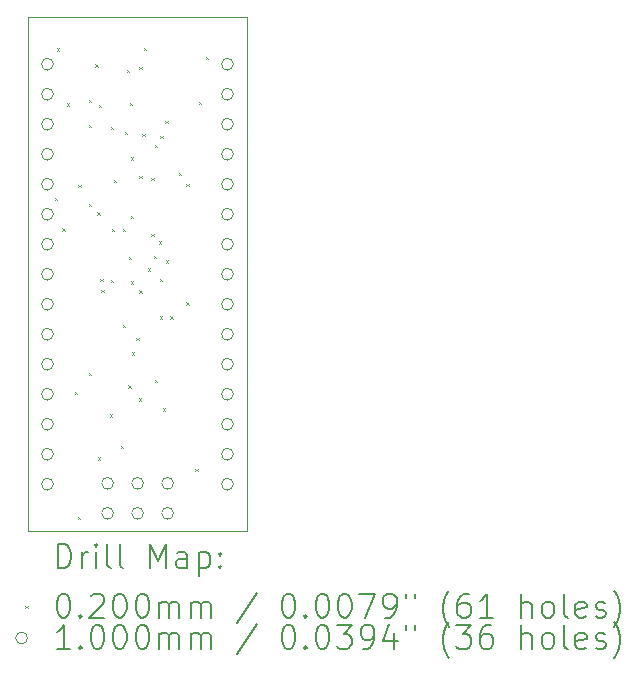
<source format=gbr>
%TF.GenerationSoftware,KiCad,Pcbnew,(6.0.8)*%
%TF.CreationDate,2022-12-14T23:26:52+01:00*%
%TF.ProjectId,rugged_nano,72756767-6564-45f6-9e61-6e6f2e6b6963,rev?*%
%TF.SameCoordinates,Original*%
%TF.FileFunction,Drillmap*%
%TF.FilePolarity,Positive*%
%FSLAX45Y45*%
G04 Gerber Fmt 4.5, Leading zero omitted, Abs format (unit mm)*
G04 Created by KiCad (PCBNEW (6.0.8)) date 2022-12-14 23:26:52*
%MOMM*%
%LPD*%
G01*
G04 APERTURE LIST*
%ADD10C,0.100000*%
%ADD11C,0.200000*%
%ADD12C,0.020000*%
G04 APERTURE END LIST*
D10*
X14037000Y-5256000D02*
X15887000Y-5256000D01*
X15887000Y-9606000D02*
X14037000Y-9606000D01*
X15887000Y-5256000D02*
X15887000Y-9606000D01*
X14037000Y-9606000D02*
X14037000Y-5256000D01*
D11*
D12*
X14261377Y-6786623D02*
X14281377Y-6806623D01*
X14281377Y-6786623D02*
X14261377Y-6806623D01*
X14277000Y-5521000D02*
X14297000Y-5541000D01*
X14297000Y-5521000D02*
X14277000Y-5541000D01*
X14327000Y-7046000D02*
X14347000Y-7066000D01*
X14347000Y-7046000D02*
X14327000Y-7066000D01*
X14362000Y-5986000D02*
X14382000Y-6006000D01*
X14382000Y-5986000D02*
X14362000Y-6006000D01*
X14432000Y-8431000D02*
X14452000Y-8451000D01*
X14452000Y-8431000D02*
X14432000Y-8451000D01*
X14457000Y-9486000D02*
X14477000Y-9506000D01*
X14477000Y-9486000D02*
X14457000Y-9506000D01*
X14462499Y-6677439D02*
X14482499Y-6697439D01*
X14482499Y-6677439D02*
X14462499Y-6697439D01*
X14549450Y-8266812D02*
X14569450Y-8286812D01*
X14569450Y-8266812D02*
X14549450Y-8286812D01*
X14549500Y-5956000D02*
X14569500Y-5976000D01*
X14569500Y-5956000D02*
X14549500Y-5976000D01*
X14550600Y-6169040D02*
X14570600Y-6189040D01*
X14570600Y-6169040D02*
X14550600Y-6189040D01*
X14552000Y-6836000D02*
X14572000Y-6856000D01*
X14572000Y-6836000D02*
X14552000Y-6856000D01*
X14607000Y-5656000D02*
X14627000Y-5676000D01*
X14627000Y-5656000D02*
X14607000Y-5676000D01*
X14622000Y-6909256D02*
X14642000Y-6929256D01*
X14642000Y-6909256D02*
X14622000Y-6929256D01*
X14627000Y-8986000D02*
X14647000Y-9006000D01*
X14647000Y-8986000D02*
X14627000Y-9006000D01*
X14637770Y-6000523D02*
X14657770Y-6020523D01*
X14657770Y-6000523D02*
X14637770Y-6020523D01*
X14647000Y-7471000D02*
X14667000Y-7491000D01*
X14667000Y-7471000D02*
X14647000Y-7491000D01*
X14656950Y-7566050D02*
X14676950Y-7586050D01*
X14676950Y-7566050D02*
X14656950Y-7586050D01*
X14727000Y-8621000D02*
X14747000Y-8641000D01*
X14747000Y-8621000D02*
X14727000Y-8641000D01*
X14734500Y-7483500D02*
X14754500Y-7503500D01*
X14754500Y-7483500D02*
X14734500Y-7503500D01*
X14737000Y-6186000D02*
X14757000Y-6206000D01*
X14757000Y-6186000D02*
X14737000Y-6206000D01*
X14746820Y-7048680D02*
X14766820Y-7068680D01*
X14766820Y-7048680D02*
X14746820Y-7068680D01*
X14759550Y-6636000D02*
X14779550Y-6656000D01*
X14779550Y-6636000D02*
X14759550Y-6656000D01*
X14822000Y-8886000D02*
X14842000Y-8906000D01*
X14842000Y-8886000D02*
X14822000Y-8906000D01*
X14837050Y-7050677D02*
X14857050Y-7070677D01*
X14857050Y-7050677D02*
X14837050Y-7070677D01*
X14840127Y-7861627D02*
X14860127Y-7881627D01*
X14860127Y-7861627D02*
X14840127Y-7881627D01*
X14854550Y-6230023D02*
X14874550Y-6250023D01*
X14874550Y-6230023D02*
X14854550Y-6250023D01*
X14872927Y-5703450D02*
X14892927Y-5723450D01*
X14892927Y-5703450D02*
X14872927Y-5723450D01*
X14884450Y-8376000D02*
X14904450Y-8396000D01*
X14904450Y-8376000D02*
X14884450Y-8396000D01*
X14888604Y-7288800D02*
X14908604Y-7308800D01*
X14908604Y-7288800D02*
X14888604Y-7308800D01*
X14895407Y-5981071D02*
X14915407Y-6001071D01*
X14915407Y-5981071D02*
X14895407Y-6001071D01*
X14904550Y-6446000D02*
X14924550Y-6466000D01*
X14924550Y-6446000D02*
X14904550Y-6466000D01*
X14907050Y-7493500D02*
X14927050Y-7513500D01*
X14927050Y-7493500D02*
X14907050Y-7513500D01*
X14908122Y-6937440D02*
X14928122Y-6957440D01*
X14928122Y-6937440D02*
X14908122Y-6957440D01*
X14917000Y-8096000D02*
X14937000Y-8116000D01*
X14937000Y-8096000D02*
X14917000Y-8116000D01*
X14952000Y-7971000D02*
X14972000Y-7991000D01*
X14972000Y-7971000D02*
X14952000Y-7991000D01*
X14972000Y-8486000D02*
X14992000Y-8506000D01*
X14992000Y-8486000D02*
X14972000Y-8506000D01*
X14977000Y-5676000D02*
X14997000Y-5696000D01*
X14997000Y-5676000D02*
X14977000Y-5696000D01*
X14977000Y-6601000D02*
X14997000Y-6621000D01*
X14997000Y-6601000D02*
X14977000Y-6621000D01*
X14977000Y-7571000D02*
X14997000Y-7591000D01*
X14997000Y-7571000D02*
X14977000Y-7591000D01*
X15004500Y-6243450D02*
X15024500Y-6263450D01*
X15024500Y-6243450D02*
X15004500Y-6263450D01*
X15015500Y-5516000D02*
X15035500Y-5536000D01*
X15035500Y-5516000D02*
X15015500Y-5536000D01*
X15052000Y-7386000D02*
X15072000Y-7406000D01*
X15072000Y-7386000D02*
X15052000Y-7406000D01*
X15079450Y-7091623D02*
X15099450Y-7111623D01*
X15099450Y-7091623D02*
X15079450Y-7111623D01*
X15079640Y-6619561D02*
X15099640Y-6639561D01*
X15099640Y-6619561D02*
X15079640Y-6639561D01*
X15102000Y-7276000D02*
X15122000Y-7296000D01*
X15122000Y-7276000D02*
X15102000Y-7296000D01*
X15109003Y-8328997D02*
X15129003Y-8348997D01*
X15129003Y-8328997D02*
X15109003Y-8348997D01*
X15112050Y-6337771D02*
X15132050Y-6357771D01*
X15132050Y-6337771D02*
X15112050Y-6357771D01*
X15142000Y-7156000D02*
X15162000Y-7176000D01*
X15162000Y-7156000D02*
X15142000Y-7176000D01*
X15152000Y-7471000D02*
X15172000Y-7491000D01*
X15172000Y-7471000D02*
X15152000Y-7491000D01*
X15152000Y-7791000D02*
X15172000Y-7811000D01*
X15172000Y-7791000D02*
X15152000Y-7811000D01*
X15155213Y-6263553D02*
X15175213Y-6283553D01*
X15175213Y-6263553D02*
X15155213Y-6283553D01*
X15177000Y-8571000D02*
X15197000Y-8591000D01*
X15197000Y-8571000D02*
X15177000Y-8591000D01*
X15197000Y-6136050D02*
X15217000Y-6156050D01*
X15217000Y-6136050D02*
X15197000Y-6156050D01*
X15202000Y-7316000D02*
X15222000Y-7336000D01*
X15222000Y-7316000D02*
X15202000Y-7336000D01*
X15242000Y-7791000D02*
X15262000Y-7811000D01*
X15262000Y-7791000D02*
X15242000Y-7811000D01*
X15312000Y-6573550D02*
X15332000Y-6593550D01*
X15332000Y-6573550D02*
X15312000Y-6593550D01*
X15377000Y-6671000D02*
X15397000Y-6691000D01*
X15397000Y-6671000D02*
X15377000Y-6691000D01*
X15377000Y-7671000D02*
X15397000Y-7691000D01*
X15397000Y-7671000D02*
X15377000Y-7691000D01*
X15452000Y-9081000D02*
X15472000Y-9101000D01*
X15472000Y-9081000D02*
X15452000Y-9101000D01*
X15482000Y-5976000D02*
X15502000Y-5996000D01*
X15502000Y-5976000D02*
X15482000Y-5996000D01*
X15542000Y-5596000D02*
X15562000Y-5616000D01*
X15562000Y-5596000D02*
X15542000Y-5616000D01*
D10*
X14250000Y-5656000D02*
G75*
G03*
X14250000Y-5656000I-50000J0D01*
G01*
X14250000Y-5910000D02*
G75*
G03*
X14250000Y-5910000I-50000J0D01*
G01*
X14250000Y-6164000D02*
G75*
G03*
X14250000Y-6164000I-50000J0D01*
G01*
X14250000Y-6418000D02*
G75*
G03*
X14250000Y-6418000I-50000J0D01*
G01*
X14250000Y-6672000D02*
G75*
G03*
X14250000Y-6672000I-50000J0D01*
G01*
X14250000Y-6926000D02*
G75*
G03*
X14250000Y-6926000I-50000J0D01*
G01*
X14250000Y-7180000D02*
G75*
G03*
X14250000Y-7180000I-50000J0D01*
G01*
X14250000Y-7434000D02*
G75*
G03*
X14250000Y-7434000I-50000J0D01*
G01*
X14250000Y-7688000D02*
G75*
G03*
X14250000Y-7688000I-50000J0D01*
G01*
X14250000Y-7942000D02*
G75*
G03*
X14250000Y-7942000I-50000J0D01*
G01*
X14250000Y-8196000D02*
G75*
G03*
X14250000Y-8196000I-50000J0D01*
G01*
X14250000Y-8450000D02*
G75*
G03*
X14250000Y-8450000I-50000J0D01*
G01*
X14250000Y-8704000D02*
G75*
G03*
X14250000Y-8704000I-50000J0D01*
G01*
X14250000Y-8958000D02*
G75*
G03*
X14250000Y-8958000I-50000J0D01*
G01*
X14250000Y-9212000D02*
G75*
G03*
X14250000Y-9212000I-50000J0D01*
G01*
X14759500Y-9204500D02*
G75*
G03*
X14759500Y-9204500I-50000J0D01*
G01*
X14759500Y-9458500D02*
G75*
G03*
X14759500Y-9458500I-50000J0D01*
G01*
X15013500Y-9204500D02*
G75*
G03*
X15013500Y-9204500I-50000J0D01*
G01*
X15013500Y-9458500D02*
G75*
G03*
X15013500Y-9458500I-50000J0D01*
G01*
X15267500Y-9204500D02*
G75*
G03*
X15267500Y-9204500I-50000J0D01*
G01*
X15267500Y-9458500D02*
G75*
G03*
X15267500Y-9458500I-50000J0D01*
G01*
X15774000Y-5656000D02*
G75*
G03*
X15774000Y-5656000I-50000J0D01*
G01*
X15774000Y-5910000D02*
G75*
G03*
X15774000Y-5910000I-50000J0D01*
G01*
X15774000Y-6164000D02*
G75*
G03*
X15774000Y-6164000I-50000J0D01*
G01*
X15774000Y-6418000D02*
G75*
G03*
X15774000Y-6418000I-50000J0D01*
G01*
X15774000Y-6672000D02*
G75*
G03*
X15774000Y-6672000I-50000J0D01*
G01*
X15774000Y-6926000D02*
G75*
G03*
X15774000Y-6926000I-50000J0D01*
G01*
X15774000Y-7180000D02*
G75*
G03*
X15774000Y-7180000I-50000J0D01*
G01*
X15774000Y-7434000D02*
G75*
G03*
X15774000Y-7434000I-50000J0D01*
G01*
X15774000Y-7688000D02*
G75*
G03*
X15774000Y-7688000I-50000J0D01*
G01*
X15774000Y-7942000D02*
G75*
G03*
X15774000Y-7942000I-50000J0D01*
G01*
X15774000Y-8196000D02*
G75*
G03*
X15774000Y-8196000I-50000J0D01*
G01*
X15774000Y-8450000D02*
G75*
G03*
X15774000Y-8450000I-50000J0D01*
G01*
X15774000Y-8704000D02*
G75*
G03*
X15774000Y-8704000I-50000J0D01*
G01*
X15774000Y-8958000D02*
G75*
G03*
X15774000Y-8958000I-50000J0D01*
G01*
X15774000Y-9212000D02*
G75*
G03*
X15774000Y-9212000I-50000J0D01*
G01*
D11*
X14289619Y-9921476D02*
X14289619Y-9721476D01*
X14337238Y-9721476D01*
X14365809Y-9731000D01*
X14384857Y-9750048D01*
X14394381Y-9769095D01*
X14403905Y-9807190D01*
X14403905Y-9835762D01*
X14394381Y-9873857D01*
X14384857Y-9892905D01*
X14365809Y-9911952D01*
X14337238Y-9921476D01*
X14289619Y-9921476D01*
X14489619Y-9921476D02*
X14489619Y-9788143D01*
X14489619Y-9826238D02*
X14499143Y-9807190D01*
X14508667Y-9797667D01*
X14527714Y-9788143D01*
X14546762Y-9788143D01*
X14613428Y-9921476D02*
X14613428Y-9788143D01*
X14613428Y-9721476D02*
X14603905Y-9731000D01*
X14613428Y-9740524D01*
X14622952Y-9731000D01*
X14613428Y-9721476D01*
X14613428Y-9740524D01*
X14737238Y-9921476D02*
X14718190Y-9911952D01*
X14708667Y-9892905D01*
X14708667Y-9721476D01*
X14842000Y-9921476D02*
X14822952Y-9911952D01*
X14813428Y-9892905D01*
X14813428Y-9721476D01*
X15070571Y-9921476D02*
X15070571Y-9721476D01*
X15137238Y-9864333D01*
X15203905Y-9721476D01*
X15203905Y-9921476D01*
X15384857Y-9921476D02*
X15384857Y-9816714D01*
X15375333Y-9797667D01*
X15356286Y-9788143D01*
X15318190Y-9788143D01*
X15299143Y-9797667D01*
X15384857Y-9911952D02*
X15365809Y-9921476D01*
X15318190Y-9921476D01*
X15299143Y-9911952D01*
X15289619Y-9892905D01*
X15289619Y-9873857D01*
X15299143Y-9854810D01*
X15318190Y-9845286D01*
X15365809Y-9845286D01*
X15384857Y-9835762D01*
X15480095Y-9788143D02*
X15480095Y-9988143D01*
X15480095Y-9797667D02*
X15499143Y-9788143D01*
X15537238Y-9788143D01*
X15556286Y-9797667D01*
X15565809Y-9807190D01*
X15575333Y-9826238D01*
X15575333Y-9883381D01*
X15565809Y-9902429D01*
X15556286Y-9911952D01*
X15537238Y-9921476D01*
X15499143Y-9921476D01*
X15480095Y-9911952D01*
X15661048Y-9902429D02*
X15670571Y-9911952D01*
X15661048Y-9921476D01*
X15651524Y-9911952D01*
X15661048Y-9902429D01*
X15661048Y-9921476D01*
X15661048Y-9797667D02*
X15670571Y-9807190D01*
X15661048Y-9816714D01*
X15651524Y-9807190D01*
X15661048Y-9797667D01*
X15661048Y-9816714D01*
D12*
X14012000Y-10241000D02*
X14032000Y-10261000D01*
X14032000Y-10241000D02*
X14012000Y-10261000D01*
D11*
X14327714Y-10141476D02*
X14346762Y-10141476D01*
X14365809Y-10151000D01*
X14375333Y-10160524D01*
X14384857Y-10179571D01*
X14394381Y-10217667D01*
X14394381Y-10265286D01*
X14384857Y-10303381D01*
X14375333Y-10322429D01*
X14365809Y-10331952D01*
X14346762Y-10341476D01*
X14327714Y-10341476D01*
X14308667Y-10331952D01*
X14299143Y-10322429D01*
X14289619Y-10303381D01*
X14280095Y-10265286D01*
X14280095Y-10217667D01*
X14289619Y-10179571D01*
X14299143Y-10160524D01*
X14308667Y-10151000D01*
X14327714Y-10141476D01*
X14480095Y-10322429D02*
X14489619Y-10331952D01*
X14480095Y-10341476D01*
X14470571Y-10331952D01*
X14480095Y-10322429D01*
X14480095Y-10341476D01*
X14565809Y-10160524D02*
X14575333Y-10151000D01*
X14594381Y-10141476D01*
X14642000Y-10141476D01*
X14661048Y-10151000D01*
X14670571Y-10160524D01*
X14680095Y-10179571D01*
X14680095Y-10198619D01*
X14670571Y-10227190D01*
X14556286Y-10341476D01*
X14680095Y-10341476D01*
X14803905Y-10141476D02*
X14822952Y-10141476D01*
X14842000Y-10151000D01*
X14851524Y-10160524D01*
X14861048Y-10179571D01*
X14870571Y-10217667D01*
X14870571Y-10265286D01*
X14861048Y-10303381D01*
X14851524Y-10322429D01*
X14842000Y-10331952D01*
X14822952Y-10341476D01*
X14803905Y-10341476D01*
X14784857Y-10331952D01*
X14775333Y-10322429D01*
X14765809Y-10303381D01*
X14756286Y-10265286D01*
X14756286Y-10217667D01*
X14765809Y-10179571D01*
X14775333Y-10160524D01*
X14784857Y-10151000D01*
X14803905Y-10141476D01*
X14994381Y-10141476D02*
X15013428Y-10141476D01*
X15032476Y-10151000D01*
X15042000Y-10160524D01*
X15051524Y-10179571D01*
X15061048Y-10217667D01*
X15061048Y-10265286D01*
X15051524Y-10303381D01*
X15042000Y-10322429D01*
X15032476Y-10331952D01*
X15013428Y-10341476D01*
X14994381Y-10341476D01*
X14975333Y-10331952D01*
X14965809Y-10322429D01*
X14956286Y-10303381D01*
X14946762Y-10265286D01*
X14946762Y-10217667D01*
X14956286Y-10179571D01*
X14965809Y-10160524D01*
X14975333Y-10151000D01*
X14994381Y-10141476D01*
X15146762Y-10341476D02*
X15146762Y-10208143D01*
X15146762Y-10227190D02*
X15156286Y-10217667D01*
X15175333Y-10208143D01*
X15203905Y-10208143D01*
X15222952Y-10217667D01*
X15232476Y-10236714D01*
X15232476Y-10341476D01*
X15232476Y-10236714D02*
X15242000Y-10217667D01*
X15261048Y-10208143D01*
X15289619Y-10208143D01*
X15308667Y-10217667D01*
X15318190Y-10236714D01*
X15318190Y-10341476D01*
X15413428Y-10341476D02*
X15413428Y-10208143D01*
X15413428Y-10227190D02*
X15422952Y-10217667D01*
X15442000Y-10208143D01*
X15470571Y-10208143D01*
X15489619Y-10217667D01*
X15499143Y-10236714D01*
X15499143Y-10341476D01*
X15499143Y-10236714D02*
X15508667Y-10217667D01*
X15527714Y-10208143D01*
X15556286Y-10208143D01*
X15575333Y-10217667D01*
X15584857Y-10236714D01*
X15584857Y-10341476D01*
X15975333Y-10131952D02*
X15803905Y-10389095D01*
X16232476Y-10141476D02*
X16251524Y-10141476D01*
X16270571Y-10151000D01*
X16280095Y-10160524D01*
X16289619Y-10179571D01*
X16299143Y-10217667D01*
X16299143Y-10265286D01*
X16289619Y-10303381D01*
X16280095Y-10322429D01*
X16270571Y-10331952D01*
X16251524Y-10341476D01*
X16232476Y-10341476D01*
X16213428Y-10331952D01*
X16203905Y-10322429D01*
X16194381Y-10303381D01*
X16184857Y-10265286D01*
X16184857Y-10217667D01*
X16194381Y-10179571D01*
X16203905Y-10160524D01*
X16213428Y-10151000D01*
X16232476Y-10141476D01*
X16384857Y-10322429D02*
X16394381Y-10331952D01*
X16384857Y-10341476D01*
X16375333Y-10331952D01*
X16384857Y-10322429D01*
X16384857Y-10341476D01*
X16518190Y-10141476D02*
X16537238Y-10141476D01*
X16556286Y-10151000D01*
X16565809Y-10160524D01*
X16575333Y-10179571D01*
X16584857Y-10217667D01*
X16584857Y-10265286D01*
X16575333Y-10303381D01*
X16565809Y-10322429D01*
X16556286Y-10331952D01*
X16537238Y-10341476D01*
X16518190Y-10341476D01*
X16499143Y-10331952D01*
X16489619Y-10322429D01*
X16480095Y-10303381D01*
X16470571Y-10265286D01*
X16470571Y-10217667D01*
X16480095Y-10179571D01*
X16489619Y-10160524D01*
X16499143Y-10151000D01*
X16518190Y-10141476D01*
X16708667Y-10141476D02*
X16727714Y-10141476D01*
X16746762Y-10151000D01*
X16756286Y-10160524D01*
X16765809Y-10179571D01*
X16775333Y-10217667D01*
X16775333Y-10265286D01*
X16765809Y-10303381D01*
X16756286Y-10322429D01*
X16746762Y-10331952D01*
X16727714Y-10341476D01*
X16708667Y-10341476D01*
X16689619Y-10331952D01*
X16680095Y-10322429D01*
X16670571Y-10303381D01*
X16661048Y-10265286D01*
X16661048Y-10217667D01*
X16670571Y-10179571D01*
X16680095Y-10160524D01*
X16689619Y-10151000D01*
X16708667Y-10141476D01*
X16842000Y-10141476D02*
X16975333Y-10141476D01*
X16889619Y-10341476D01*
X17061048Y-10341476D02*
X17099143Y-10341476D01*
X17118190Y-10331952D01*
X17127714Y-10322429D01*
X17146762Y-10293857D01*
X17156286Y-10255762D01*
X17156286Y-10179571D01*
X17146762Y-10160524D01*
X17137238Y-10151000D01*
X17118190Y-10141476D01*
X17080095Y-10141476D01*
X17061048Y-10151000D01*
X17051524Y-10160524D01*
X17042000Y-10179571D01*
X17042000Y-10227190D01*
X17051524Y-10246238D01*
X17061048Y-10255762D01*
X17080095Y-10265286D01*
X17118190Y-10265286D01*
X17137238Y-10255762D01*
X17146762Y-10246238D01*
X17156286Y-10227190D01*
X17232476Y-10141476D02*
X17232476Y-10179571D01*
X17308667Y-10141476D02*
X17308667Y-10179571D01*
X17603905Y-10417667D02*
X17594381Y-10408143D01*
X17575333Y-10379571D01*
X17565810Y-10360524D01*
X17556286Y-10331952D01*
X17546762Y-10284333D01*
X17546762Y-10246238D01*
X17556286Y-10198619D01*
X17565810Y-10170048D01*
X17575333Y-10151000D01*
X17594381Y-10122429D01*
X17603905Y-10112905D01*
X17765810Y-10141476D02*
X17727714Y-10141476D01*
X17708667Y-10151000D01*
X17699143Y-10160524D01*
X17680095Y-10189095D01*
X17670571Y-10227190D01*
X17670571Y-10303381D01*
X17680095Y-10322429D01*
X17689619Y-10331952D01*
X17708667Y-10341476D01*
X17746762Y-10341476D01*
X17765810Y-10331952D01*
X17775333Y-10322429D01*
X17784857Y-10303381D01*
X17784857Y-10255762D01*
X17775333Y-10236714D01*
X17765810Y-10227190D01*
X17746762Y-10217667D01*
X17708667Y-10217667D01*
X17689619Y-10227190D01*
X17680095Y-10236714D01*
X17670571Y-10255762D01*
X17975333Y-10341476D02*
X17861048Y-10341476D01*
X17918190Y-10341476D02*
X17918190Y-10141476D01*
X17899143Y-10170048D01*
X17880095Y-10189095D01*
X17861048Y-10198619D01*
X18213429Y-10341476D02*
X18213429Y-10141476D01*
X18299143Y-10341476D02*
X18299143Y-10236714D01*
X18289619Y-10217667D01*
X18270571Y-10208143D01*
X18242000Y-10208143D01*
X18222952Y-10217667D01*
X18213429Y-10227190D01*
X18422952Y-10341476D02*
X18403905Y-10331952D01*
X18394381Y-10322429D01*
X18384857Y-10303381D01*
X18384857Y-10246238D01*
X18394381Y-10227190D01*
X18403905Y-10217667D01*
X18422952Y-10208143D01*
X18451524Y-10208143D01*
X18470571Y-10217667D01*
X18480095Y-10227190D01*
X18489619Y-10246238D01*
X18489619Y-10303381D01*
X18480095Y-10322429D01*
X18470571Y-10331952D01*
X18451524Y-10341476D01*
X18422952Y-10341476D01*
X18603905Y-10341476D02*
X18584857Y-10331952D01*
X18575333Y-10312905D01*
X18575333Y-10141476D01*
X18756286Y-10331952D02*
X18737238Y-10341476D01*
X18699143Y-10341476D01*
X18680095Y-10331952D01*
X18670571Y-10312905D01*
X18670571Y-10236714D01*
X18680095Y-10217667D01*
X18699143Y-10208143D01*
X18737238Y-10208143D01*
X18756286Y-10217667D01*
X18765810Y-10236714D01*
X18765810Y-10255762D01*
X18670571Y-10274810D01*
X18842000Y-10331952D02*
X18861048Y-10341476D01*
X18899143Y-10341476D01*
X18918190Y-10331952D01*
X18927714Y-10312905D01*
X18927714Y-10303381D01*
X18918190Y-10284333D01*
X18899143Y-10274810D01*
X18870571Y-10274810D01*
X18851524Y-10265286D01*
X18842000Y-10246238D01*
X18842000Y-10236714D01*
X18851524Y-10217667D01*
X18870571Y-10208143D01*
X18899143Y-10208143D01*
X18918190Y-10217667D01*
X18994381Y-10417667D02*
X19003905Y-10408143D01*
X19022952Y-10379571D01*
X19032476Y-10360524D01*
X19042000Y-10331952D01*
X19051524Y-10284333D01*
X19051524Y-10246238D01*
X19042000Y-10198619D01*
X19032476Y-10170048D01*
X19022952Y-10151000D01*
X19003905Y-10122429D01*
X18994381Y-10112905D01*
D10*
X14032000Y-10515000D02*
G75*
G03*
X14032000Y-10515000I-50000J0D01*
G01*
D11*
X14394381Y-10605476D02*
X14280095Y-10605476D01*
X14337238Y-10605476D02*
X14337238Y-10405476D01*
X14318190Y-10434048D01*
X14299143Y-10453095D01*
X14280095Y-10462619D01*
X14480095Y-10586429D02*
X14489619Y-10595952D01*
X14480095Y-10605476D01*
X14470571Y-10595952D01*
X14480095Y-10586429D01*
X14480095Y-10605476D01*
X14613428Y-10405476D02*
X14632476Y-10405476D01*
X14651524Y-10415000D01*
X14661048Y-10424524D01*
X14670571Y-10443571D01*
X14680095Y-10481667D01*
X14680095Y-10529286D01*
X14670571Y-10567381D01*
X14661048Y-10586429D01*
X14651524Y-10595952D01*
X14632476Y-10605476D01*
X14613428Y-10605476D01*
X14594381Y-10595952D01*
X14584857Y-10586429D01*
X14575333Y-10567381D01*
X14565809Y-10529286D01*
X14565809Y-10481667D01*
X14575333Y-10443571D01*
X14584857Y-10424524D01*
X14594381Y-10415000D01*
X14613428Y-10405476D01*
X14803905Y-10405476D02*
X14822952Y-10405476D01*
X14842000Y-10415000D01*
X14851524Y-10424524D01*
X14861048Y-10443571D01*
X14870571Y-10481667D01*
X14870571Y-10529286D01*
X14861048Y-10567381D01*
X14851524Y-10586429D01*
X14842000Y-10595952D01*
X14822952Y-10605476D01*
X14803905Y-10605476D01*
X14784857Y-10595952D01*
X14775333Y-10586429D01*
X14765809Y-10567381D01*
X14756286Y-10529286D01*
X14756286Y-10481667D01*
X14765809Y-10443571D01*
X14775333Y-10424524D01*
X14784857Y-10415000D01*
X14803905Y-10405476D01*
X14994381Y-10405476D02*
X15013428Y-10405476D01*
X15032476Y-10415000D01*
X15042000Y-10424524D01*
X15051524Y-10443571D01*
X15061048Y-10481667D01*
X15061048Y-10529286D01*
X15051524Y-10567381D01*
X15042000Y-10586429D01*
X15032476Y-10595952D01*
X15013428Y-10605476D01*
X14994381Y-10605476D01*
X14975333Y-10595952D01*
X14965809Y-10586429D01*
X14956286Y-10567381D01*
X14946762Y-10529286D01*
X14946762Y-10481667D01*
X14956286Y-10443571D01*
X14965809Y-10424524D01*
X14975333Y-10415000D01*
X14994381Y-10405476D01*
X15146762Y-10605476D02*
X15146762Y-10472143D01*
X15146762Y-10491190D02*
X15156286Y-10481667D01*
X15175333Y-10472143D01*
X15203905Y-10472143D01*
X15222952Y-10481667D01*
X15232476Y-10500714D01*
X15232476Y-10605476D01*
X15232476Y-10500714D02*
X15242000Y-10481667D01*
X15261048Y-10472143D01*
X15289619Y-10472143D01*
X15308667Y-10481667D01*
X15318190Y-10500714D01*
X15318190Y-10605476D01*
X15413428Y-10605476D02*
X15413428Y-10472143D01*
X15413428Y-10491190D02*
X15422952Y-10481667D01*
X15442000Y-10472143D01*
X15470571Y-10472143D01*
X15489619Y-10481667D01*
X15499143Y-10500714D01*
X15499143Y-10605476D01*
X15499143Y-10500714D02*
X15508667Y-10481667D01*
X15527714Y-10472143D01*
X15556286Y-10472143D01*
X15575333Y-10481667D01*
X15584857Y-10500714D01*
X15584857Y-10605476D01*
X15975333Y-10395952D02*
X15803905Y-10653095D01*
X16232476Y-10405476D02*
X16251524Y-10405476D01*
X16270571Y-10415000D01*
X16280095Y-10424524D01*
X16289619Y-10443571D01*
X16299143Y-10481667D01*
X16299143Y-10529286D01*
X16289619Y-10567381D01*
X16280095Y-10586429D01*
X16270571Y-10595952D01*
X16251524Y-10605476D01*
X16232476Y-10605476D01*
X16213428Y-10595952D01*
X16203905Y-10586429D01*
X16194381Y-10567381D01*
X16184857Y-10529286D01*
X16184857Y-10481667D01*
X16194381Y-10443571D01*
X16203905Y-10424524D01*
X16213428Y-10415000D01*
X16232476Y-10405476D01*
X16384857Y-10586429D02*
X16394381Y-10595952D01*
X16384857Y-10605476D01*
X16375333Y-10595952D01*
X16384857Y-10586429D01*
X16384857Y-10605476D01*
X16518190Y-10405476D02*
X16537238Y-10405476D01*
X16556286Y-10415000D01*
X16565809Y-10424524D01*
X16575333Y-10443571D01*
X16584857Y-10481667D01*
X16584857Y-10529286D01*
X16575333Y-10567381D01*
X16565809Y-10586429D01*
X16556286Y-10595952D01*
X16537238Y-10605476D01*
X16518190Y-10605476D01*
X16499143Y-10595952D01*
X16489619Y-10586429D01*
X16480095Y-10567381D01*
X16470571Y-10529286D01*
X16470571Y-10481667D01*
X16480095Y-10443571D01*
X16489619Y-10424524D01*
X16499143Y-10415000D01*
X16518190Y-10405476D01*
X16651524Y-10405476D02*
X16775333Y-10405476D01*
X16708667Y-10481667D01*
X16737238Y-10481667D01*
X16756286Y-10491190D01*
X16765809Y-10500714D01*
X16775333Y-10519762D01*
X16775333Y-10567381D01*
X16765809Y-10586429D01*
X16756286Y-10595952D01*
X16737238Y-10605476D01*
X16680095Y-10605476D01*
X16661048Y-10595952D01*
X16651524Y-10586429D01*
X16870571Y-10605476D02*
X16908667Y-10605476D01*
X16927714Y-10595952D01*
X16937238Y-10586429D01*
X16956286Y-10557857D01*
X16965810Y-10519762D01*
X16965810Y-10443571D01*
X16956286Y-10424524D01*
X16946762Y-10415000D01*
X16927714Y-10405476D01*
X16889619Y-10405476D01*
X16870571Y-10415000D01*
X16861048Y-10424524D01*
X16851524Y-10443571D01*
X16851524Y-10491190D01*
X16861048Y-10510238D01*
X16870571Y-10519762D01*
X16889619Y-10529286D01*
X16927714Y-10529286D01*
X16946762Y-10519762D01*
X16956286Y-10510238D01*
X16965810Y-10491190D01*
X17137238Y-10472143D02*
X17137238Y-10605476D01*
X17089619Y-10395952D02*
X17042000Y-10538810D01*
X17165810Y-10538810D01*
X17232476Y-10405476D02*
X17232476Y-10443571D01*
X17308667Y-10405476D02*
X17308667Y-10443571D01*
X17603905Y-10681667D02*
X17594381Y-10672143D01*
X17575333Y-10643571D01*
X17565810Y-10624524D01*
X17556286Y-10595952D01*
X17546762Y-10548333D01*
X17546762Y-10510238D01*
X17556286Y-10462619D01*
X17565810Y-10434048D01*
X17575333Y-10415000D01*
X17594381Y-10386429D01*
X17603905Y-10376905D01*
X17661048Y-10405476D02*
X17784857Y-10405476D01*
X17718190Y-10481667D01*
X17746762Y-10481667D01*
X17765810Y-10491190D01*
X17775333Y-10500714D01*
X17784857Y-10519762D01*
X17784857Y-10567381D01*
X17775333Y-10586429D01*
X17765810Y-10595952D01*
X17746762Y-10605476D01*
X17689619Y-10605476D01*
X17670571Y-10595952D01*
X17661048Y-10586429D01*
X17956286Y-10405476D02*
X17918190Y-10405476D01*
X17899143Y-10415000D01*
X17889619Y-10424524D01*
X17870571Y-10453095D01*
X17861048Y-10491190D01*
X17861048Y-10567381D01*
X17870571Y-10586429D01*
X17880095Y-10595952D01*
X17899143Y-10605476D01*
X17937238Y-10605476D01*
X17956286Y-10595952D01*
X17965810Y-10586429D01*
X17975333Y-10567381D01*
X17975333Y-10519762D01*
X17965810Y-10500714D01*
X17956286Y-10491190D01*
X17937238Y-10481667D01*
X17899143Y-10481667D01*
X17880095Y-10491190D01*
X17870571Y-10500714D01*
X17861048Y-10519762D01*
X18213429Y-10605476D02*
X18213429Y-10405476D01*
X18299143Y-10605476D02*
X18299143Y-10500714D01*
X18289619Y-10481667D01*
X18270571Y-10472143D01*
X18242000Y-10472143D01*
X18222952Y-10481667D01*
X18213429Y-10491190D01*
X18422952Y-10605476D02*
X18403905Y-10595952D01*
X18394381Y-10586429D01*
X18384857Y-10567381D01*
X18384857Y-10510238D01*
X18394381Y-10491190D01*
X18403905Y-10481667D01*
X18422952Y-10472143D01*
X18451524Y-10472143D01*
X18470571Y-10481667D01*
X18480095Y-10491190D01*
X18489619Y-10510238D01*
X18489619Y-10567381D01*
X18480095Y-10586429D01*
X18470571Y-10595952D01*
X18451524Y-10605476D01*
X18422952Y-10605476D01*
X18603905Y-10605476D02*
X18584857Y-10595952D01*
X18575333Y-10576905D01*
X18575333Y-10405476D01*
X18756286Y-10595952D02*
X18737238Y-10605476D01*
X18699143Y-10605476D01*
X18680095Y-10595952D01*
X18670571Y-10576905D01*
X18670571Y-10500714D01*
X18680095Y-10481667D01*
X18699143Y-10472143D01*
X18737238Y-10472143D01*
X18756286Y-10481667D01*
X18765810Y-10500714D01*
X18765810Y-10519762D01*
X18670571Y-10538810D01*
X18842000Y-10595952D02*
X18861048Y-10605476D01*
X18899143Y-10605476D01*
X18918190Y-10595952D01*
X18927714Y-10576905D01*
X18927714Y-10567381D01*
X18918190Y-10548333D01*
X18899143Y-10538810D01*
X18870571Y-10538810D01*
X18851524Y-10529286D01*
X18842000Y-10510238D01*
X18842000Y-10500714D01*
X18851524Y-10481667D01*
X18870571Y-10472143D01*
X18899143Y-10472143D01*
X18918190Y-10481667D01*
X18994381Y-10681667D02*
X19003905Y-10672143D01*
X19022952Y-10643571D01*
X19032476Y-10624524D01*
X19042000Y-10595952D01*
X19051524Y-10548333D01*
X19051524Y-10510238D01*
X19042000Y-10462619D01*
X19032476Y-10434048D01*
X19022952Y-10415000D01*
X19003905Y-10386429D01*
X18994381Y-10376905D01*
M02*

</source>
